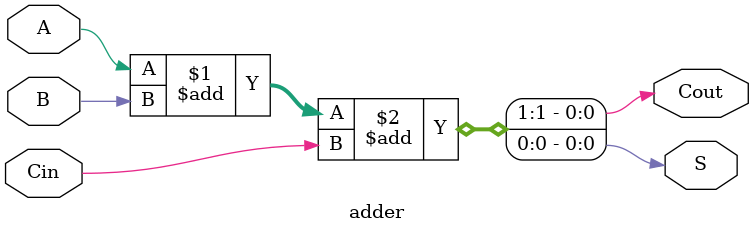
<source format=v>
    
module adder(
input Cin,
input A,
input B,
output Cout,
output S
    );
    assign {Cout,S} = A + B + Cin;
endmodule

</source>
